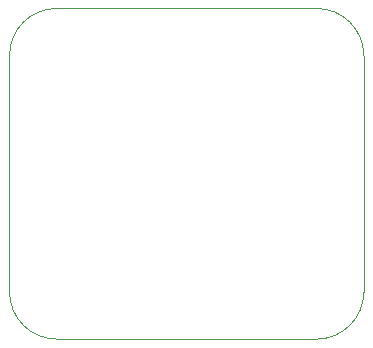
<source format=gbr>
G04 (created by PCBNEW (2013-07-07 BZR 4022)-stable) date 2014-02-06 11:32:22 PM*
%MOIN*%
G04 Gerber Fmt 3.4, Leading zero omitted, Abs format*
%FSLAX34Y34*%
G01*
G70*
G90*
G04 APERTURE LIST*
%ADD10C,0.00590551*%
%ADD11C,0.00393701*%
G04 APERTURE END LIST*
G54D10*
G54D11*
X20078Y-20866D02*
X11417Y-20866D01*
X11417Y-9842D02*
X20078Y-9842D01*
X20078Y-20866D02*
G75*
G03X21653Y-19291I0J1574D01*
G74*
G01*
X9842Y-19291D02*
G75*
G03X11417Y-20866I1574J0D01*
G74*
G01*
X11417Y-9842D02*
G75*
G03X9842Y-11417I0J-1574D01*
G74*
G01*
X21653Y-11417D02*
G75*
G03X20078Y-9842I-1574J0D01*
G74*
G01*
X9842Y-11417D02*
X9842Y-19291D01*
X21653Y-19291D02*
X21653Y-11417D01*
M02*

</source>
